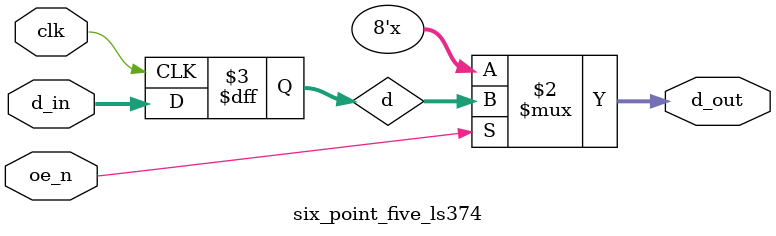
<source format=v>
module six_point_five_ls374
( 
input [7:0] d_in, 
input clk, 
input oe_n, 
output [7:0] d_out 
); 
reg [7:0] d; 
always @(posedge clk) 
begin  
d <= d_in;  
end 
assign d_out = oe_n ? d : 8'bzzzz_zzzz; 
endmodule 
</source>
